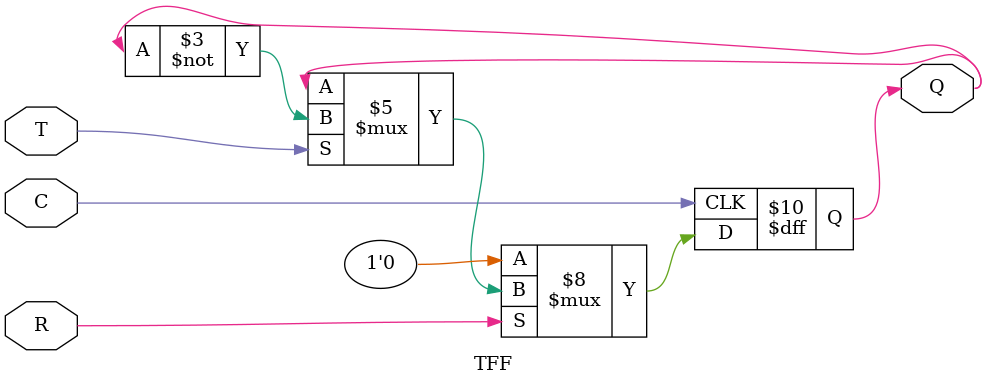
<source format=v>
`timescale 1ns / 1ns // `timescale time_unit/time_precision


module part1 (Clock, Enable, Clear_b, CounterValue);
	input Clock, Enable, Clear_b;
	output wire [7:0] CounterValue;
	wire [7:1] T;
	
	TFF u0 (Enable, CounterValue[0], Clock, Clear_b);
	assign T[1] = Enable & CounterValue[0];
	TFF u1 (T[1], CounterValue[1], Clock, Clear_b);
	assign T[2] = T[1] & CounterValue[1];
	TFF u2 (T[2], CounterValue[2], Clock, Clear_b);
	assign T[3] = T[2] & CounterValue[2];
	TFF u3 (T[3], CounterValue[3], Clock, Clear_b);
	assign T[4] = T[3] & CounterValue[3];
	TFF u4 (T[4], CounterValue[4], Clock, Clear_b);
	assign T[5] = T[4] & CounterValue[4];
	TFF u5 (T[5], CounterValue[5], Clock, Clear_b);
	assign T[6] = T[5] & CounterValue[5];
	TFF u6 (T[6], CounterValue[6], Clock, Clear_b);
	assign T[7] = T[6] & CounterValue[6];
	TFF u7 (T[7], CounterValue[7], Clock, Clear_b);
	
endmodule


module TFF (T, Q, C, R);

	input T, C, R;
	output reg Q;
	
	always @ (posedge C)
	begin
		if(!R)
			Q <= 1'b0;
		else
			if (T)
				Q <= ~Q;
			else	Q <= Q;
	end
endmodule


</source>
